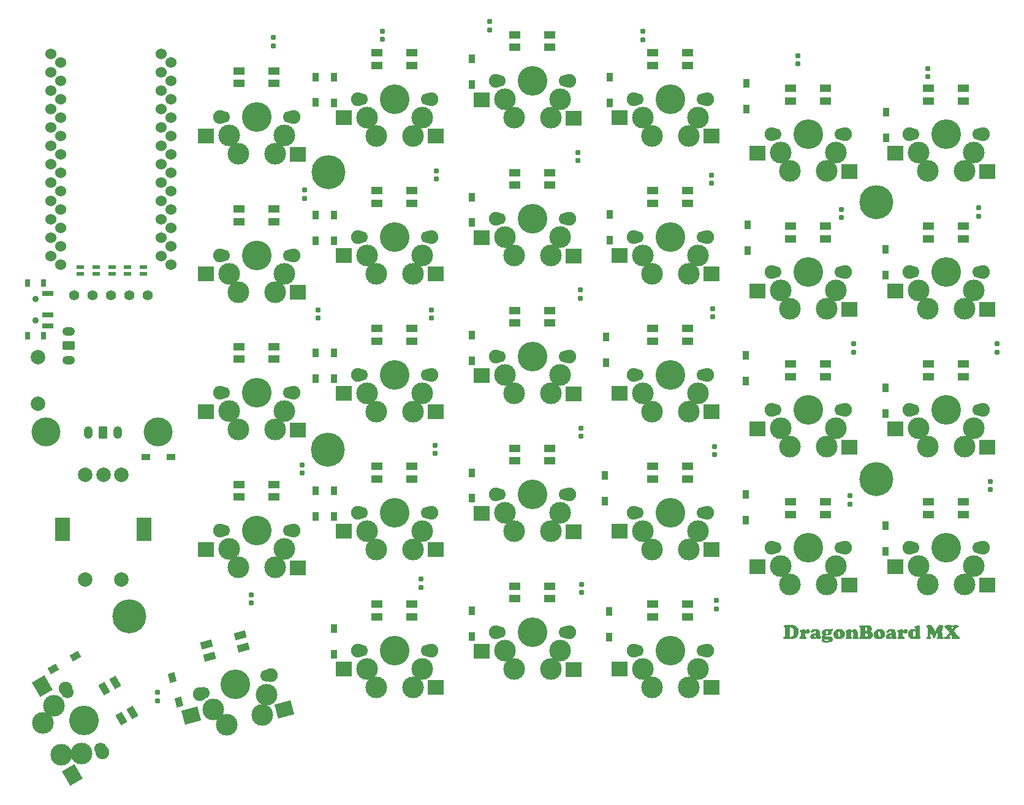
<source format=gts>
G04 #@! TF.GenerationSoftware,KiCad,Pcbnew,8.99.0-3407-g6a48e2c35a*
G04 #@! TF.CreationDate,2025-02-22T10:59:18+00:00*
G04 #@! TF.ProjectId,DragonBoard,44726167-6f6e-4426-9f61-72642e6b6963,rev?*
G04 #@! TF.SameCoordinates,Original*
G04 #@! TF.FileFunction,Soldermask,Top*
G04 #@! TF.FilePolarity,Negative*
%FSLAX46Y46*%
G04 Gerber Fmt 4.6, Leading zero omitted, Abs format (unit mm)*
G04 Created by KiCad (PCBNEW 8.99.0-3407-g6a48e2c35a) date 2025-02-22 10:59:18*
%MOMM*%
%LPD*%
G01*
G04 APERTURE LIST*
G04 Aperture macros list*
%AMRoundRect*
0 Rectangle with rounded corners*
0 $1 Rounding radius*
0 $2 $3 $4 $5 $6 $7 $8 $9 X,Y pos of 4 corners*
0 Add a 4 corners polygon primitive as box body*
4,1,4,$2,$3,$4,$5,$6,$7,$8,$9,$2,$3,0*
0 Add four circle primitives for the rounded corners*
1,1,$1+$1,$2,$3*
1,1,$1+$1,$4,$5*
1,1,$1+$1,$6,$7*
1,1,$1+$1,$8,$9*
0 Add four rect primitives between the rounded corners*
20,1,$1+$1,$2,$3,$4,$5,0*
20,1,$1+$1,$4,$5,$6,$7,0*
20,1,$1+$1,$6,$7,$8,$9,0*
20,1,$1+$1,$8,$9,$2,$3,0*%
%AMRotRect*
0 Rectangle, with rotation*
0 The origin of the aperture is its center*
0 $1 length*
0 $2 width*
0 $3 Rotation angle, in degrees counterclockwise*
0 Add horizontal line*
21,1,$1,$2,0,0,$3*%
G04 Aperture macros list end*
%ADD10C,0.150000*%
%ADD11RoundRect,0.155000X-0.155000X0.212500X-0.155000X-0.212500X0.155000X-0.212500X0.155000X0.212500X0*%
%ADD12RoundRect,0.155000X0.155000X-0.212500X0.155000X0.212500X-0.155000X0.212500X-0.155000X-0.212500X0*%
%ADD13R,0.800000X1.000000*%
%ADD14C,0.900000*%
%ADD15R,1.500000X0.700000*%
%ADD16C,4.700000*%
%ADD17C,1.524000*%
%ADD18R,1.000000X0.600000*%
%ADD19R,0.950000X1.300000*%
%ADD20R,1.300000X0.950000*%
%ADD21RotRect,1.300000X0.950000X210.000000*%
%ADD22C,4.000000*%
%ADD23C,1.397000*%
%ADD24C,2.000000*%
%ADD25R,2.000000X3.200000*%
%ADD26RotRect,1.300000X0.950000X285.000000*%
%ADD27C,1.900000*%
%ADD28C,1.700000*%
%ADD29C,3.000000*%
%ADD30C,4.100000*%
%ADD31R,1.600000X1.000000*%
%ADD32R,2.300000X2.000000*%
%ADD33RotRect,1.600000X1.000000X120.000000*%
%ADD34RotRect,2.300000X2.000000X300.000000*%
%ADD35RoundRect,0.250000X0.625000X-0.350000X0.625000X0.350000X-0.625000X0.350000X-0.625000X-0.350000X0*%
%ADD36O,1.750000X1.200000*%
%ADD37RoundRect,0.250000X0.350000X0.625000X-0.350000X0.625000X-0.350000X-0.625000X0.350000X-0.625000X0*%
%ADD38O,1.200000X1.750000*%
%ADD39RotRect,1.600000X1.000000X195.000000*%
%ADD40RotRect,2.300000X2.000000X15.000000*%
G04 APERTURE END LIST*
D10*
G36*
X194658403Y-120214929D02*
G01*
X194820868Y-120239992D01*
X194944842Y-120277032D01*
X195073651Y-120340569D01*
X195183509Y-120421160D01*
X195276560Y-120519506D01*
X195353949Y-120637413D01*
X195405898Y-120750127D01*
X195444047Y-120874897D01*
X195467812Y-121013426D01*
X195476070Y-121167664D01*
X195464866Y-121322215D01*
X195430763Y-121478829D01*
X195376376Y-121627028D01*
X195308641Y-121748840D01*
X195221762Y-121855469D01*
X195120617Y-121944460D01*
X195003880Y-122016988D01*
X194869493Y-122073316D01*
X194701030Y-122114287D01*
X194518394Y-122128271D01*
X194353041Y-122122531D01*
X194211014Y-122118379D01*
X193920121Y-122112640D01*
X193821813Y-122112640D01*
X193629472Y-122122043D01*
X193536171Y-122128271D01*
X193449552Y-122116755D01*
X193384618Y-122084918D01*
X193351676Y-122052427D01*
X193332540Y-122015041D01*
X193326000Y-121970979D01*
X193332991Y-121925665D01*
X193352134Y-121893920D01*
X193383866Y-121870328D01*
X193436886Y-121849468D01*
X193483443Y-121830734D01*
X193508450Y-121806359D01*
X193523269Y-121768844D01*
X193537759Y-121688390D01*
X193557542Y-121288930D01*
X193566457Y-120698962D01*
X193562324Y-120620560D01*
X194210892Y-120620560D01*
X194210892Y-121683627D01*
X194221120Y-121760412D01*
X194246551Y-121803917D01*
X194290352Y-121829017D01*
X194366841Y-121839088D01*
X194467792Y-121827685D01*
X194550468Y-121795425D01*
X194619058Y-121742769D01*
X194675749Y-121666933D01*
X194720401Y-121562275D01*
X194750586Y-121420892D01*
X194761904Y-121233121D01*
X194749728Y-121009558D01*
X194717251Y-120839774D01*
X194669336Y-120712884D01*
X194609417Y-120623814D01*
X194534386Y-120561982D01*
X194441621Y-120523942D01*
X194325808Y-120510406D01*
X194267956Y-120517658D01*
X194236293Y-120535319D01*
X194218180Y-120566093D01*
X194210892Y-120620560D01*
X193562324Y-120620560D01*
X193560947Y-120594435D01*
X193549238Y-120547653D01*
X193523014Y-120516074D01*
X193467905Y-120487570D01*
X193412247Y-120455811D01*
X193381524Y-120414877D01*
X193371063Y-120362029D01*
X193378315Y-120319598D01*
X193399680Y-120284335D01*
X193437375Y-120254318D01*
X193511329Y-120226483D01*
X193620923Y-120215727D01*
X193711171Y-120217071D01*
X193877745Y-120221223D01*
X194318847Y-120208400D01*
X194448785Y-120205591D01*
X194658403Y-120214929D01*
G37*
G36*
X196228094Y-120752695D02*
G01*
X196294037Y-120759657D01*
X196319074Y-120774189D01*
X196332044Y-120806928D01*
X196348139Y-120905958D01*
X196362752Y-120950378D01*
X196386607Y-120962011D01*
X196409411Y-120954037D01*
X196435212Y-120924398D01*
X196497496Y-120846490D01*
X196565347Y-120794051D01*
X196640013Y-120763190D01*
X196724029Y-120752695D01*
X196804556Y-120762152D01*
X196872381Y-120789278D01*
X196930414Y-120834150D01*
X196964896Y-120878421D01*
X196994039Y-120936610D01*
X197012955Y-120999105D01*
X197018952Y-121057022D01*
X197011613Y-121121412D01*
X196988544Y-121189768D01*
X196953008Y-121252681D01*
X196909775Y-121301753D01*
X196846541Y-121348298D01*
X196775017Y-121376169D01*
X196692644Y-121385773D01*
X196625588Y-121379136D01*
X196574064Y-121360982D01*
X196524538Y-121327876D01*
X196449500Y-121260965D01*
X196421249Y-121239422D01*
X196398819Y-121233487D01*
X196370354Y-121243294D01*
X196352413Y-121275253D01*
X196344924Y-121328825D01*
X196341300Y-121455504D01*
X196345981Y-121646648D01*
X196356199Y-121738337D01*
X196368285Y-121774399D01*
X196381722Y-121793536D01*
X196403526Y-121807032D01*
X196453163Y-121824921D01*
X196527424Y-121859744D01*
X196566242Y-121903445D01*
X196578949Y-121958156D01*
X196568828Y-122012384D01*
X196538282Y-122059272D01*
X196492162Y-122094481D01*
X196431059Y-122116181D01*
X196284080Y-122135811D01*
X196045034Y-122143903D01*
X195817247Y-122131471D01*
X195676227Y-122101160D01*
X195609615Y-122066201D01*
X195573630Y-122021510D01*
X195561555Y-121964384D01*
X195569953Y-121919480D01*
X195596255Y-121876479D01*
X195645208Y-121833592D01*
X195698697Y-121787430D01*
X195718603Y-121730644D01*
X195733623Y-121579613D01*
X195740463Y-121269025D01*
X195736484Y-121212924D01*
X195727274Y-121182685D01*
X195708917Y-121160467D01*
X195674639Y-121141041D01*
X195615893Y-121107941D01*
X195585146Y-121070257D01*
X195575233Y-121026247D01*
X195582363Y-120984656D01*
X195604076Y-120946791D01*
X195643254Y-120911087D01*
X195723863Y-120867833D01*
X195869057Y-120816809D01*
X196073640Y-120767756D01*
X196228094Y-120752695D01*
G37*
G36*
X198008556Y-120751359D02*
G01*
X198142268Y-120792269D01*
X198258607Y-120858697D01*
X198335069Y-120930468D01*
X198382071Y-121008051D01*
X198407305Y-121100350D01*
X198417242Y-121238250D01*
X198414556Y-121442926D01*
X198424242Y-121636397D01*
X198444231Y-121717332D01*
X198471586Y-121754335D01*
X198527396Y-121768746D01*
X198562180Y-121787272D01*
X198574413Y-121830417D01*
X198562076Y-121896357D01*
X198521168Y-121970002D01*
X198460969Y-122035685D01*
X198383903Y-122090780D01*
X198277358Y-122136705D01*
X198167504Y-122151718D01*
X198075243Y-122140060D01*
X197999928Y-122106874D01*
X197937549Y-122051945D01*
X197909009Y-122024924D01*
X197887357Y-122017873D01*
X197860331Y-122024605D01*
X197817260Y-122051212D01*
X197721359Y-122107028D01*
X197617978Y-122140378D01*
X197504751Y-122151718D01*
X197386851Y-122142199D01*
X197291023Y-122115746D01*
X197213003Y-122074293D01*
X197147600Y-122015647D01*
X197096865Y-121940815D01*
X197064727Y-121856281D01*
X197054123Y-121768623D01*
X197063429Y-121701090D01*
X197616614Y-121701090D01*
X197624754Y-121762303D01*
X197647023Y-121806970D01*
X197682441Y-121836937D01*
X197727501Y-121846903D01*
X197770058Y-121837297D01*
X197801494Y-121808738D01*
X197823760Y-121754779D01*
X197832891Y-121661889D01*
X197828181Y-121592589D01*
X197817992Y-121560773D01*
X197797792Y-121542152D01*
X197761695Y-121534272D01*
X197707749Y-121546210D01*
X197659845Y-121583487D01*
X197627550Y-121637088D01*
X197616614Y-121701090D01*
X197063429Y-121701090D01*
X197066699Y-121677361D01*
X197104426Y-121593355D01*
X197170138Y-121513878D01*
X197264450Y-121441854D01*
X197382008Y-121387553D01*
X197527849Y-121352173D01*
X197708327Y-121338878D01*
X197778629Y-121333928D01*
X197805414Y-121323979D01*
X197818713Y-121302734D01*
X197824709Y-121253027D01*
X197815875Y-121118006D01*
X197795278Y-121043466D01*
X197770965Y-121007117D01*
X197739975Y-120986478D01*
X197700145Y-120979353D01*
X197662629Y-120985396D01*
X197629193Y-121003533D01*
X197597384Y-121033900D01*
X197550424Y-121092926D01*
X197481380Y-121176882D01*
X197416486Y-121230073D01*
X197354422Y-121259238D01*
X197293115Y-121268536D01*
X197229851Y-121257946D01*
X197181007Y-121227626D01*
X197148696Y-121180996D01*
X197137532Y-121120281D01*
X197150038Y-121055174D01*
X197190777Y-120986191D01*
X197251691Y-120925040D01*
X197335002Y-120869443D01*
X197504370Y-120795385D01*
X197676416Y-120751643D01*
X197853286Y-120737064D01*
X198008556Y-120751359D01*
G37*
G36*
X200130941Y-120675949D02*
G01*
X200161380Y-120706656D01*
X200181380Y-120749128D01*
X200188247Y-120798979D01*
X200180222Y-120856134D01*
X200153076Y-120926352D01*
X200113216Y-120991647D01*
X200068080Y-121039925D01*
X200043620Y-121065668D01*
X200038038Y-121080225D01*
X200040725Y-121112099D01*
X200044877Y-121164000D01*
X200032309Y-121267723D01*
X199995773Y-121357669D01*
X199934479Y-121437186D01*
X199864139Y-121496171D01*
X199779810Y-121547017D01*
X199679489Y-121589471D01*
X199518600Y-121629727D01*
X199337305Y-121643693D01*
X199248034Y-121638198D01*
X199193812Y-121634046D01*
X199154988Y-121642132D01*
X199133375Y-121663910D01*
X199125302Y-121703288D01*
X199136203Y-121742440D01*
X199170976Y-121773997D01*
X199221736Y-121792775D01*
X199296272Y-121800009D01*
X199456984Y-121784866D01*
X199666902Y-121759662D01*
X199788177Y-121753114D01*
X199895570Y-121760198D01*
X199977814Y-121779249D01*
X200040114Y-121807824D01*
X200104417Y-121857984D01*
X200154297Y-121925549D01*
X200185887Y-122004039D01*
X200196429Y-122088215D01*
X200185652Y-122179183D01*
X200152579Y-122269852D01*
X200094458Y-122362256D01*
X200004818Y-122454354D01*
X199888037Y-122531556D01*
X199738840Y-122593432D01*
X199615061Y-122624948D01*
X199474241Y-122644907D01*
X199314102Y-122651928D01*
X199112438Y-122640004D01*
X198950225Y-122607309D01*
X198820487Y-122557406D01*
X198740277Y-122504961D01*
X198679559Y-122439803D01*
X198639738Y-122364188D01*
X198627047Y-122288250D01*
X198634512Y-122235300D01*
X198637003Y-122229876D01*
X199028338Y-122229876D01*
X199037337Y-122278422D01*
X199064631Y-122321029D01*
X199114311Y-122359691D01*
X199173794Y-122386225D01*
X199247510Y-122403409D01*
X199338648Y-122409639D01*
X199463493Y-122399587D01*
X199545889Y-122374101D01*
X199589263Y-122345548D01*
X199612612Y-122313306D01*
X199620260Y-122275794D01*
X199613547Y-122245585D01*
X199592783Y-122219618D01*
X199562518Y-122202502D01*
X199524395Y-122196537D01*
X199462235Y-122202032D01*
X199290777Y-122214245D01*
X199156565Y-122207406D01*
X199078163Y-122196415D01*
X199058624Y-122193850D01*
X199036347Y-122202351D01*
X199028338Y-122229876D01*
X198637003Y-122229876D01*
X198656967Y-122186401D01*
X198691530Y-122146036D01*
X198733293Y-122119845D01*
X198764627Y-122101825D01*
X198771883Y-122087605D01*
X198766052Y-122073706D01*
X198739032Y-122046205D01*
X198674135Y-121978259D01*
X198639337Y-121914015D01*
X198628390Y-121850933D01*
X198640778Y-121784696D01*
X198681635Y-121711715D01*
X198741440Y-121648235D01*
X198813648Y-121601073D01*
X198838447Y-121584035D01*
X198844301Y-121571397D01*
X198837184Y-121553491D01*
X198804489Y-121517908D01*
X198740730Y-121448613D01*
X198697084Y-121376205D01*
X198671284Y-121299536D01*
X198662584Y-121216879D01*
X198673876Y-121136401D01*
X199208711Y-121136401D01*
X199220952Y-121270296D01*
X199252919Y-121363547D01*
X199287845Y-121413075D01*
X199325847Y-121439665D01*
X199368690Y-121448299D01*
X199432287Y-121435014D01*
X199480554Y-121395909D01*
X199510825Y-121336896D01*
X199521953Y-121254492D01*
X199509685Y-121122815D01*
X199478355Y-121036017D01*
X199444201Y-120991500D01*
X199404194Y-120965716D01*
X199356356Y-120955905D01*
X199296083Y-120968338D01*
X199249256Y-121005120D01*
X199219519Y-121060416D01*
X199208711Y-121136401D01*
X198673876Y-121136401D01*
X198674968Y-121128621D01*
X198712898Y-121043100D01*
X198772294Y-120967287D01*
X198852972Y-120902050D01*
X198966476Y-120840106D01*
X199085140Y-120796112D01*
X199210121Y-120769527D01*
X199342801Y-120760511D01*
X199452234Y-120766972D01*
X199581182Y-120787988D01*
X199751297Y-120812535D01*
X199845790Y-120800255D01*
X199942909Y-120761916D01*
X200045243Y-120693100D01*
X200078321Y-120671953D01*
X200098244Y-120666722D01*
X200130941Y-120675949D01*
G37*
G36*
X201233903Y-120745632D02*
G01*
X201347767Y-120770600D01*
X201452772Y-120811429D01*
X201550267Y-120868344D01*
X201634676Y-120936933D01*
X201707290Y-121018034D01*
X201768743Y-121112831D01*
X201816454Y-121220336D01*
X201844606Y-121329455D01*
X201853983Y-121441582D01*
X201843305Y-121556700D01*
X201811776Y-121663523D01*
X201758989Y-121764087D01*
X201683021Y-121859868D01*
X201580554Y-121951683D01*
X201445206Y-122039374D01*
X201301931Y-122101423D01*
X201148914Y-122138943D01*
X200983868Y-122151718D01*
X200821446Y-122138984D01*
X200681110Y-122102678D01*
X200559061Y-122044376D01*
X200452396Y-121963896D01*
X200366202Y-121866294D01*
X200305020Y-121756333D01*
X200267490Y-121631535D01*
X200254437Y-121488355D01*
X200264499Y-121360271D01*
X200293708Y-121244845D01*
X200299487Y-121232144D01*
X200871639Y-121232144D01*
X200878224Y-121320798D01*
X200902291Y-121455382D01*
X200936860Y-121592155D01*
X200975198Y-121705975D01*
X201010858Y-121769746D01*
X201054804Y-121804167D01*
X201109531Y-121815640D01*
X201160449Y-121806463D01*
X201195386Y-121780936D01*
X201218279Y-121736615D01*
X201227256Y-121664820D01*
X201220118Y-121546836D01*
X201196604Y-121404091D01*
X201160828Y-121265666D01*
X201122476Y-121166809D01*
X201087082Y-121113514D01*
X201046895Y-121083935D01*
X201000110Y-121073142D01*
X200947461Y-121084070D01*
X200906810Y-121116373D01*
X200881041Y-121164966D01*
X200871639Y-121232144D01*
X200299487Y-121232144D01*
X200341476Y-121139870D01*
X200408404Y-121043639D01*
X200496237Y-120955051D01*
X200628302Y-120860250D01*
X200772784Y-120792651D01*
X200932128Y-120751315D01*
X201109531Y-120737064D01*
X201233903Y-120745632D01*
G37*
G36*
X203609235Y-121253637D02*
G01*
X203628408Y-121735773D01*
X203634609Y-121785741D01*
X203645016Y-121815030D01*
X203728425Y-121914070D01*
X203744245Y-121940500D01*
X203750041Y-121978428D01*
X203738471Y-122032942D01*
X203704067Y-122075180D01*
X203640376Y-122107755D01*
X203509826Y-122132736D01*
X203252884Y-122143903D01*
X203077759Y-122133749D01*
X202985072Y-122110563D01*
X202937554Y-122080938D01*
X202911066Y-122043572D01*
X202902029Y-121996014D01*
X202910578Y-121953882D01*
X202966021Y-121889035D01*
X202989638Y-121843330D01*
X203010218Y-121731830D01*
X203019510Y-121507650D01*
X203013526Y-121381329D01*
X202998052Y-121291463D01*
X202976157Y-121229579D01*
X202947380Y-121191054D01*
X202906301Y-121167656D01*
X202848540Y-121159115D01*
X202792125Y-121166367D01*
X202752759Y-121185808D01*
X202725808Y-121216635D01*
X202702840Y-121286767D01*
X202692591Y-121427783D01*
X202692591Y-121699014D01*
X202695724Y-121772848D01*
X202702605Y-121808801D01*
X202769894Y-121924206D01*
X202781538Y-121951295D01*
X202785526Y-121982458D01*
X202774233Y-122030746D01*
X202739241Y-122071010D01*
X202671831Y-122105068D01*
X202542419Y-122132385D01*
X202319755Y-122143903D01*
X202150114Y-122133531D01*
X202043248Y-122107913D01*
X201980228Y-122073219D01*
X201946943Y-122031942D01*
X201936049Y-121981970D01*
X201939449Y-121950273D01*
X201948139Y-121929824D01*
X202004559Y-121879754D01*
X202033327Y-121851843D01*
X202048279Y-121821746D01*
X202065864Y-121657371D01*
X202075390Y-121329108D01*
X202070879Y-121243369D01*
X202061468Y-121206621D01*
X202038900Y-121178803D01*
X201980257Y-121135912D01*
X201933809Y-121091678D01*
X201919685Y-121041879D01*
X201931665Y-120991482D01*
X201968533Y-120950654D01*
X202030938Y-120916210D01*
X202166736Y-120862482D01*
X202420016Y-120784569D01*
X202533098Y-120758792D01*
X202587567Y-120752695D01*
X202626781Y-120760534D01*
X202659252Y-120784081D01*
X202681147Y-120818318D01*
X202688439Y-120858208D01*
X202687096Y-120893013D01*
X202685752Y-120911820D01*
X202692211Y-120948206D01*
X202708643Y-120967185D01*
X202736433Y-120973857D01*
X202765263Y-120963612D01*
X202802989Y-120923665D01*
X202868884Y-120848972D01*
X202946533Y-120796404D01*
X203038226Y-120764069D01*
X203147738Y-120752695D01*
X203260259Y-120763301D01*
X203358432Y-120793843D01*
X203445103Y-120843798D01*
X203519994Y-120915920D01*
X203566492Y-120996694D01*
X203592775Y-121095070D01*
X203609235Y-121253637D01*
G37*
G36*
X205135951Y-120237370D02*
G01*
X205256775Y-120258714D01*
X205362225Y-120298856D01*
X205451558Y-120358609D01*
X205510523Y-120420592D01*
X205552242Y-120491103D01*
X205577827Y-120571849D01*
X205586747Y-120665379D01*
X205576823Y-120759117D01*
X205546691Y-120851247D01*
X205498941Y-120933703D01*
X205439102Y-120995595D01*
X205402275Y-121034009D01*
X205392818Y-121062273D01*
X205404166Y-121089077D01*
X205447773Y-121116129D01*
X205519072Y-121152367D01*
X205587203Y-121202813D01*
X205652692Y-121269147D01*
X205704827Y-121348466D01*
X205736769Y-121440778D01*
X205747947Y-121549538D01*
X205739100Y-121645700D01*
X205712709Y-121737244D01*
X205668108Y-121825669D01*
X205603477Y-121912116D01*
X205523295Y-121987209D01*
X205429245Y-122046548D01*
X205319211Y-122090529D01*
X205190311Y-122118394D01*
X205039032Y-122128271D01*
X204790271Y-122121188D01*
X204569109Y-122112640D01*
X204386049Y-122113983D01*
X204104803Y-122121799D01*
X203991230Y-122128271D01*
X203912878Y-122116729D01*
X203856164Y-122084918D01*
X203818986Y-122036417D01*
X203806949Y-121980626D01*
X203811907Y-121943957D01*
X203825267Y-121918344D01*
X203912462Y-121848857D01*
X203944194Y-121815837D01*
X203965707Y-121764960D01*
X203998191Y-121516321D01*
X204004177Y-121416303D01*
X204667295Y-121416303D01*
X204667295Y-121546240D01*
X204675411Y-121709437D01*
X204692574Y-121781813D01*
X204714438Y-121812994D01*
X204747096Y-121832050D01*
X204794545Y-121839088D01*
X204869068Y-121829162D01*
X204923341Y-121802026D01*
X204962647Y-121758103D01*
X204988525Y-121693212D01*
X204998366Y-121599485D01*
X204986786Y-121479714D01*
X204956691Y-121398130D01*
X204911897Y-121344143D01*
X204851474Y-121311546D01*
X204769999Y-121299799D01*
X204717551Y-121306988D01*
X204689399Y-121324590D01*
X204673918Y-121355662D01*
X204667295Y-121416303D01*
X204004177Y-121416303D01*
X204017077Y-121200757D01*
X204024203Y-120781760D01*
X204017539Y-120635790D01*
X204014736Y-120622880D01*
X204667295Y-120622880D01*
X204667295Y-120907301D01*
X204672229Y-120968428D01*
X204683537Y-121000113D01*
X204704736Y-121019226D01*
X204739957Y-121026247D01*
X204803094Y-121018670D01*
X204850433Y-120997892D01*
X204885892Y-120964698D01*
X204909997Y-120920906D01*
X204926484Y-120858265D01*
X204932787Y-120770647D01*
X204926560Y-120685939D01*
X204909781Y-120621260D01*
X204884427Y-120572322D01*
X204847754Y-120533514D01*
X204803196Y-120510584D01*
X204748139Y-120502591D01*
X204707733Y-120509701D01*
X204684758Y-120528236D01*
X204672649Y-120559699D01*
X204667295Y-120622880D01*
X204014736Y-120622880D01*
X204003443Y-120570857D01*
X203971343Y-120526031D01*
X203906234Y-120485616D01*
X203852228Y-120453001D01*
X203823293Y-120415053D01*
X203813788Y-120369845D01*
X203827305Y-120313913D01*
X203869109Y-120268362D01*
X203929947Y-120239469D01*
X204010281Y-120229039D01*
X204129594Y-120235755D01*
X204388736Y-120244670D01*
X204791736Y-120232947D01*
X204962584Y-120229039D01*
X205135951Y-120237370D01*
G37*
G36*
X206802640Y-120745632D02*
G01*
X206916504Y-120770600D01*
X207021509Y-120811429D01*
X207119004Y-120868344D01*
X207203412Y-120936933D01*
X207276027Y-121018034D01*
X207337480Y-121112831D01*
X207385190Y-121220336D01*
X207413343Y-121329455D01*
X207422720Y-121441582D01*
X207412042Y-121556700D01*
X207380513Y-121663523D01*
X207327726Y-121764087D01*
X207251758Y-121859868D01*
X207149290Y-121951683D01*
X207013943Y-122039374D01*
X206870668Y-122101423D01*
X206717651Y-122138943D01*
X206552605Y-122151718D01*
X206390183Y-122138984D01*
X206249847Y-122102678D01*
X206127798Y-122044376D01*
X206021133Y-121963896D01*
X205934939Y-121866294D01*
X205873757Y-121756333D01*
X205836227Y-121631535D01*
X205823174Y-121488355D01*
X205833236Y-121360271D01*
X205862444Y-121244845D01*
X205868224Y-121232144D01*
X206440376Y-121232144D01*
X206446961Y-121320798D01*
X206471028Y-121455382D01*
X206505597Y-121592155D01*
X206543935Y-121705975D01*
X206579595Y-121769746D01*
X206623541Y-121804167D01*
X206678268Y-121815640D01*
X206729186Y-121806463D01*
X206764123Y-121780936D01*
X206787016Y-121736615D01*
X206795993Y-121664820D01*
X206788855Y-121546836D01*
X206765341Y-121404091D01*
X206729565Y-121265666D01*
X206691213Y-121166809D01*
X206655819Y-121113514D01*
X206615632Y-121083935D01*
X206568847Y-121073142D01*
X206516198Y-121084070D01*
X206475547Y-121116373D01*
X206449778Y-121164966D01*
X206440376Y-121232144D01*
X205868224Y-121232144D01*
X205910213Y-121139870D01*
X205977141Y-121043639D01*
X206064974Y-120955051D01*
X206197039Y-120860250D01*
X206341521Y-120792651D01*
X206500865Y-120751315D01*
X206678268Y-120737064D01*
X206802640Y-120745632D01*
G37*
G36*
X208452380Y-120751359D02*
G01*
X208586092Y-120792269D01*
X208702431Y-120858697D01*
X208778893Y-120930468D01*
X208825895Y-121008051D01*
X208851129Y-121100350D01*
X208861066Y-121238250D01*
X208858380Y-121442926D01*
X208868066Y-121636397D01*
X208888055Y-121717332D01*
X208915410Y-121754335D01*
X208971220Y-121768746D01*
X209006004Y-121787272D01*
X209018237Y-121830417D01*
X209005900Y-121896357D01*
X208964992Y-121970002D01*
X208904793Y-122035685D01*
X208827727Y-122090780D01*
X208721182Y-122136705D01*
X208611328Y-122151718D01*
X208519067Y-122140060D01*
X208443752Y-122106874D01*
X208381374Y-122051945D01*
X208352833Y-122024924D01*
X208331182Y-122017873D01*
X208304155Y-122024605D01*
X208261084Y-122051212D01*
X208165184Y-122107028D01*
X208061802Y-122140378D01*
X207948575Y-122151718D01*
X207830675Y-122142199D01*
X207734847Y-122115746D01*
X207656827Y-122074293D01*
X207591425Y-122015647D01*
X207540690Y-121940815D01*
X207508551Y-121856281D01*
X207497947Y-121768623D01*
X207507253Y-121701090D01*
X208060438Y-121701090D01*
X208068578Y-121762303D01*
X208090847Y-121806970D01*
X208126265Y-121836937D01*
X208171325Y-121846903D01*
X208213882Y-121837297D01*
X208245318Y-121808738D01*
X208267584Y-121754779D01*
X208276715Y-121661889D01*
X208272005Y-121592589D01*
X208261817Y-121560773D01*
X208241616Y-121542152D01*
X208205519Y-121534272D01*
X208151573Y-121546210D01*
X208103669Y-121583487D01*
X208071374Y-121637088D01*
X208060438Y-121701090D01*
X207507253Y-121701090D01*
X207510523Y-121677361D01*
X207548250Y-121593355D01*
X207613962Y-121513878D01*
X207708274Y-121441854D01*
X207825832Y-121387553D01*
X207971673Y-121352173D01*
X208152152Y-121338878D01*
X208222453Y-121333928D01*
X208249238Y-121323979D01*
X208262537Y-121302734D01*
X208268533Y-121253027D01*
X208259699Y-121118006D01*
X208239102Y-121043466D01*
X208214789Y-121007117D01*
X208183799Y-120986478D01*
X208143969Y-120979353D01*
X208106454Y-120985396D01*
X208073017Y-121003533D01*
X208041209Y-121033900D01*
X207994249Y-121092926D01*
X207925204Y-121176882D01*
X207860310Y-121230073D01*
X207798246Y-121259238D01*
X207736939Y-121268536D01*
X207673675Y-121257946D01*
X207624831Y-121227626D01*
X207592520Y-121180996D01*
X207581356Y-121120281D01*
X207593862Y-121055174D01*
X207634601Y-120986191D01*
X207695515Y-120925040D01*
X207778826Y-120869443D01*
X207948194Y-120795385D01*
X208120240Y-120751643D01*
X208297110Y-120737064D01*
X208452380Y-120751359D01*
G37*
G36*
X209741562Y-120752695D02*
G01*
X209807505Y-120759657D01*
X209832542Y-120774189D01*
X209845512Y-120806928D01*
X209861607Y-120905958D01*
X209876220Y-120950378D01*
X209900076Y-120962011D01*
X209922880Y-120954037D01*
X209948680Y-120924398D01*
X210010964Y-120846490D01*
X210078815Y-120794051D01*
X210153482Y-120763190D01*
X210237497Y-120752695D01*
X210318024Y-120762152D01*
X210385850Y-120789278D01*
X210443882Y-120834150D01*
X210478365Y-120878421D01*
X210507507Y-120936610D01*
X210526424Y-120999105D01*
X210532420Y-121057022D01*
X210525081Y-121121412D01*
X210502012Y-121189768D01*
X210466476Y-121252681D01*
X210423244Y-121301753D01*
X210360009Y-121348298D01*
X210288485Y-121376169D01*
X210206112Y-121385773D01*
X210139057Y-121379136D01*
X210087532Y-121360982D01*
X210038006Y-121327876D01*
X209962968Y-121260965D01*
X209934717Y-121239422D01*
X209912288Y-121233487D01*
X209883823Y-121243294D01*
X209865882Y-121275253D01*
X209858392Y-121328825D01*
X209854768Y-121455504D01*
X209859449Y-121646648D01*
X209869667Y-121738337D01*
X209881753Y-121774399D01*
X209895191Y-121793536D01*
X209916994Y-121807032D01*
X209966632Y-121824921D01*
X210040892Y-121859744D01*
X210079710Y-121903445D01*
X210092417Y-121958156D01*
X210082297Y-122012384D01*
X210051750Y-122059272D01*
X210005631Y-122094481D01*
X209944528Y-122116181D01*
X209797549Y-122135811D01*
X209558502Y-122143903D01*
X209330715Y-122131471D01*
X209189695Y-122101160D01*
X209123083Y-122066201D01*
X209087098Y-122021510D01*
X209075023Y-121964384D01*
X209083421Y-121919480D01*
X209109723Y-121876479D01*
X209158676Y-121833592D01*
X209212166Y-121787430D01*
X209232071Y-121730644D01*
X209247091Y-121579613D01*
X209253931Y-121269025D01*
X209249952Y-121212924D01*
X209240742Y-121182685D01*
X209222385Y-121160467D01*
X209188108Y-121141041D01*
X209129361Y-121107941D01*
X209098615Y-121070257D01*
X209088701Y-121026247D01*
X209095832Y-120984656D01*
X209117545Y-120946791D01*
X209156722Y-120911087D01*
X209237331Y-120867833D01*
X209382525Y-120816809D01*
X209587108Y-120767756D01*
X209741562Y-120752695D01*
G37*
G36*
X212121817Y-120252762D02*
G01*
X212157644Y-120274086D01*
X212179407Y-120308354D01*
X212187532Y-120360563D01*
X212187532Y-121606935D01*
X212196080Y-121742001D01*
X212211044Y-121768999D01*
X212244563Y-121799032D01*
X212289109Y-121834109D01*
X212311974Y-121860215D01*
X212325060Y-121889095D01*
X212329681Y-121925061D01*
X212319152Y-121970880D01*
X212285446Y-122013500D01*
X212219633Y-122054821D01*
X212106810Y-122093711D01*
X211907397Y-122131449D01*
X211709549Y-122143903D01*
X211668843Y-122139527D01*
X211650198Y-122129736D01*
X211639787Y-122110483D01*
X211631879Y-122065134D01*
X211622361Y-122024624D01*
X211607186Y-122005167D01*
X211586572Y-121999067D01*
X211563002Y-122006460D01*
X211516597Y-122039122D01*
X211418271Y-122102263D01*
X211314922Y-122139292D01*
X211204088Y-122151718D01*
X211100931Y-122141931D01*
X211003641Y-122112819D01*
X210910471Y-122063689D01*
X210820138Y-121992472D01*
X210729604Y-121889896D01*
X210658083Y-121772653D01*
X210611753Y-121662657D01*
X210584692Y-121553907D01*
X210577605Y-121467472D01*
X211235351Y-121467472D01*
X211244068Y-121590691D01*
X211267206Y-121681891D01*
X211301541Y-121748351D01*
X211336920Y-121786136D01*
X211378415Y-121808099D01*
X211428181Y-121815640D01*
X211478899Y-121804965D01*
X211520073Y-121772805D01*
X211553966Y-121713058D01*
X211581719Y-121594068D01*
X211593655Y-121379056D01*
X211586516Y-121236165D01*
X211569165Y-121148247D01*
X211546394Y-121098177D01*
X211502809Y-121057551D01*
X211441736Y-121041879D01*
X211389455Y-121051686D01*
X211344482Y-121081273D01*
X211304594Y-121135058D01*
X211268002Y-121221972D01*
X211244079Y-121331109D01*
X211235351Y-121467472D01*
X210577605Y-121467472D01*
X210575773Y-121445124D01*
X210587441Y-121317913D01*
X210622661Y-121193188D01*
X210682874Y-121069112D01*
X210757118Y-120965710D01*
X210846446Y-120880438D01*
X210952274Y-120811802D01*
X211049626Y-120769396D01*
X211143151Y-120744998D01*
X211234130Y-120737064D01*
X211338545Y-120745299D01*
X211433309Y-120769281D01*
X211520138Y-120808627D01*
X211551157Y-120819007D01*
X211569744Y-120810897D01*
X211584190Y-120780584D01*
X211590969Y-120707633D01*
X211584706Y-120665821D01*
X211567888Y-120637779D01*
X211539042Y-120617125D01*
X211484479Y-120596136D01*
X211431972Y-120571788D01*
X211404550Y-120541103D01*
X211395574Y-120502591D01*
X211405164Y-120459696D01*
X211435798Y-120419458D01*
X211495244Y-120380061D01*
X211596464Y-120342245D01*
X211920039Y-120262861D01*
X212066143Y-120244670D01*
X212121817Y-120252762D01*
G37*
G36*
X214452274Y-121546607D02*
G01*
X214288387Y-121913215D01*
X214245968Y-121998761D01*
X214219022Y-122040344D01*
X214189757Y-122065798D01*
X214159182Y-122073561D01*
X214129689Y-122066971D01*
X214102884Y-122046205D01*
X214033397Y-121924817D01*
X213943760Y-121739192D01*
X213763509Y-121331795D01*
X213722415Y-121265346D01*
X213689137Y-121249485D01*
X213668153Y-121255818D01*
X213653342Y-121275965D01*
X213645173Y-121318240D01*
X213635648Y-121617559D01*
X213639932Y-121748626D01*
X213649203Y-121810267D01*
X213673383Y-121852643D01*
X213757891Y-121901492D01*
X213792835Y-121934104D01*
X213805030Y-121986000D01*
X213794151Y-122034003D01*
X213760543Y-122074107D01*
X213696048Y-122108212D01*
X213585554Y-122133589D01*
X213408990Y-122143903D01*
X213263003Y-122134355D01*
X213170100Y-122110628D01*
X213114453Y-122078115D01*
X213084469Y-122038739D01*
X213074500Y-121990274D01*
X213079519Y-121954087D01*
X213092330Y-121932388D01*
X213181845Y-121879754D01*
X213219560Y-121855197D01*
X213241073Y-121825044D01*
X213253573Y-121781627D01*
X213267085Y-121687901D01*
X213290288Y-121327765D01*
X213301279Y-120898753D01*
X213290624Y-120693837D01*
X213267452Y-120596868D01*
X213240341Y-120556935D01*
X213181845Y-120522008D01*
X213123266Y-120483791D01*
X213092507Y-120442927D01*
X213082682Y-120397566D01*
X213091706Y-120350906D01*
X213119807Y-120307318D01*
X213162066Y-120273015D01*
X213217992Y-120249677D01*
X213379071Y-120218780D01*
X213549674Y-120205591D01*
X213712349Y-120214413D01*
X213798436Y-120234534D01*
X213831728Y-120251610D01*
X213855833Y-120272514D01*
X213915184Y-120369234D01*
X214199482Y-120894845D01*
X214262619Y-120999136D01*
X214282345Y-121012670D01*
X214309392Y-121017455D01*
X214333534Y-121012658D01*
X214355554Y-120997793D01*
X214404280Y-120922322D01*
X214596865Y-120545211D01*
X214643272Y-120450201D01*
X214716313Y-120326873D01*
X214777239Y-120265553D01*
X214837472Y-120235871D01*
X214934432Y-120214239D01*
X215082665Y-120205591D01*
X215252879Y-120216803D01*
X215361318Y-120244681D01*
X215426379Y-120282935D01*
X215461510Y-120329348D01*
X215473209Y-120386575D01*
X215468990Y-120424899D01*
X215457699Y-120452399D01*
X215437092Y-120477003D01*
X215395173Y-120511994D01*
X215345689Y-120568268D01*
X215317504Y-120648159D01*
X215294693Y-120847493D01*
X215286119Y-121108801D01*
X215294900Y-121448056D01*
X215318847Y-121722095D01*
X215330375Y-121779974D01*
X215343394Y-121808313D01*
X215367733Y-121832204D01*
X215430466Y-121877189D01*
X215468909Y-121917542D01*
X215481391Y-121968414D01*
X215468255Y-122025529D01*
X215428167Y-122071301D01*
X215351698Y-122107999D01*
X215284455Y-122126292D01*
X215212968Y-122137064D01*
X214989730Y-122143903D01*
X214773014Y-122134177D01*
X214644371Y-122110930D01*
X214567908Y-122076336D01*
X214528584Y-122033789D01*
X214515899Y-121981481D01*
X214520346Y-121949604D01*
X214532752Y-121925427D01*
X214618481Y-121847148D01*
X214645316Y-121810568D01*
X214665498Y-121738337D01*
X214674484Y-121642691D01*
X214678443Y-121460633D01*
X214675254Y-121361319D01*
X214668673Y-121319461D01*
X214653505Y-121294689D01*
X214629106Y-121286854D01*
X214595951Y-121297890D01*
X214558031Y-121338512D01*
X214520529Y-121404015D01*
X214452274Y-121546607D01*
G37*
G36*
X216934880Y-121006097D02*
G01*
X217459636Y-121667018D01*
X217531321Y-121747985D01*
X217560392Y-121766668D01*
X217603983Y-121784621D01*
X217672991Y-121813458D01*
X217711695Y-121841652D01*
X217735066Y-121878266D01*
X217743324Y-121927381D01*
X217734833Y-121975452D01*
X217708397Y-122021659D01*
X217668891Y-122059667D01*
X217619126Y-122086383D01*
X217531191Y-122112235D01*
X217413474Y-122130836D01*
X217278046Y-122140165D01*
X217071290Y-122143903D01*
X216851871Y-122136137D01*
X216720679Y-122117524D01*
X216656759Y-122094486D01*
X216610648Y-122062570D01*
X216579888Y-122020959D01*
X216570103Y-121975619D01*
X216583804Y-121920624D01*
X216626524Y-121875602D01*
X216669623Y-121839835D01*
X216679402Y-121817838D01*
X216669350Y-121772694D01*
X216627139Y-121687037D01*
X216529437Y-121537936D01*
X216510801Y-121517876D01*
X216498907Y-121513145D01*
X216468865Y-121534028D01*
X216348453Y-121694374D01*
X216305279Y-121768758D01*
X216296551Y-121797078D01*
X216306074Y-121818114D01*
X216351140Y-121860459D01*
X216393458Y-121909080D01*
X216407193Y-121968048D01*
X216395388Y-122025446D01*
X216360877Y-122068337D01*
X216297895Y-122099817D01*
X216150602Y-122132075D01*
X215964748Y-122143903D01*
X215758280Y-122133663D01*
X215627570Y-122108487D01*
X215582544Y-122087445D01*
X215544894Y-122053533D01*
X215519360Y-122011280D01*
X215511311Y-121968658D01*
X215521985Y-121914974D01*
X215552832Y-121875480D01*
X215600353Y-121850333D01*
X215670801Y-121839088D01*
X215753767Y-121823193D01*
X215821743Y-121782545D01*
X215892574Y-121707782D01*
X216039486Y-121520961D01*
X216262968Y-121262552D01*
X216280676Y-121231900D01*
X216263212Y-121203323D01*
X215901489Y-120742803D01*
X215794144Y-120613233D01*
X215763883Y-120593132D01*
X215712078Y-120572810D01*
X215637392Y-120544724D01*
X215604123Y-120524450D01*
X215568095Y-120476537D01*
X215556374Y-120421136D01*
X215566927Y-120367504D01*
X215598771Y-120322408D01*
X215657290Y-120283468D01*
X215753477Y-120251875D01*
X215965873Y-120217793D01*
X216217417Y-120205591D01*
X216468231Y-120216471D01*
X216587689Y-120240152D01*
X216627006Y-120260556D01*
X216657787Y-120291809D01*
X216677921Y-120330351D01*
X216684531Y-120371799D01*
X216671197Y-120432316D01*
X216632263Y-120475480D01*
X216595749Y-120502224D01*
X216590253Y-120524084D01*
X216599646Y-120563234D01*
X216639346Y-120637291D01*
X216688280Y-120702285D01*
X216710543Y-120714960D01*
X216732108Y-120702222D01*
X216787602Y-120633138D01*
X216835244Y-120556798D01*
X216844755Y-120528114D01*
X216837916Y-120508330D01*
X216786258Y-120467298D01*
X216754784Y-120428924D01*
X216743638Y-120372776D01*
X216754885Y-120320048D01*
X216788715Y-120277768D01*
X216851715Y-120243571D01*
X216976685Y-120216059D01*
X217201105Y-120204248D01*
X217367788Y-120212560D01*
X217474168Y-120233069D01*
X217545057Y-120267488D01*
X217583854Y-120315049D01*
X217597145Y-120379248D01*
X217589947Y-120424554D01*
X217569266Y-120460487D01*
X217533764Y-120489402D01*
X217498352Y-120499951D01*
X217403582Y-120510406D01*
X217338113Y-120527092D01*
X217265463Y-120570857D01*
X217193871Y-120636091D01*
X217097912Y-120746101D01*
X216935002Y-120946746D01*
X216917905Y-120978131D01*
X216934880Y-121006097D01*
G37*
D11*
X106889364Y-129515140D03*
X106889364Y-130650140D03*
X119839120Y-116015140D03*
X119839120Y-117150140D03*
X143255833Y-113855140D03*
X143255833Y-114990140D03*
X165454658Y-114555140D03*
X165454658Y-115690140D03*
X184069196Y-116805140D03*
X184069196Y-117940140D03*
X126839120Y-98055140D03*
X126839120Y-99190140D03*
X145253684Y-95355140D03*
X145253684Y-96490140D03*
X165380369Y-93005140D03*
X165380369Y-94140140D03*
X183839120Y-95515140D03*
X183839120Y-96650140D03*
X202542030Y-102355140D03*
X202542030Y-103490140D03*
X221974393Y-100355140D03*
X221974393Y-101490140D03*
X129056706Y-76655140D03*
X129056706Y-77790140D03*
X144702222Y-76655140D03*
X144702222Y-77790140D03*
X165269703Y-73905140D03*
X165269703Y-75040140D03*
X183612382Y-76455140D03*
X183612382Y-77590140D03*
X203051709Y-81355140D03*
X203051709Y-82490140D03*
X222900721Y-81355140D03*
X222900721Y-82490140D03*
X220339120Y-62555140D03*
X220339120Y-63690140D03*
X201327253Y-62752461D03*
X201327253Y-63887461D03*
X183410472Y-58015140D03*
X183410472Y-59150140D03*
X164997376Y-54904941D03*
X164997376Y-56039941D03*
X145366286Y-57405140D03*
X145366286Y-58540140D03*
X127221645Y-60089896D03*
X127221645Y-61224896D03*
X213339120Y-43268011D03*
X213339120Y-44403011D03*
X195339120Y-41515140D03*
X195339120Y-42650140D03*
X173917436Y-38155140D03*
X173917436Y-39290140D03*
D12*
X152805145Y-37950140D03*
X152805145Y-36815140D03*
D11*
X137977485Y-38105140D03*
X137977485Y-39240140D03*
X122839120Y-39015140D03*
X122839120Y-40150140D03*
D13*
X91094100Y-72952600D03*
X88884100Y-72952600D03*
D14*
X89984100Y-75102600D03*
X89984100Y-78102600D03*
D13*
X91094100Y-80252600D03*
X88884100Y-80252600D03*
D15*
X91744100Y-74352600D03*
X91744100Y-77352600D03*
X91744100Y-78852600D03*
D14*
X89984100Y-78102600D03*
X89984100Y-75102600D03*
D16*
X103000000Y-119000000D03*
D17*
X92180000Y-41230000D03*
X108718815Y-42425745D03*
X92180000Y-43770000D03*
X108718815Y-44965745D03*
X92180000Y-46310000D03*
X108718815Y-47505745D03*
X92180000Y-48850000D03*
X108718815Y-50045745D03*
X92180000Y-51390000D03*
X108718815Y-52585745D03*
X92180000Y-53930000D03*
X108718815Y-55125745D03*
X92180000Y-56470000D03*
X108718815Y-57665745D03*
X92180000Y-59010000D03*
X108718815Y-60205745D03*
X92180000Y-61550000D03*
X108718815Y-62745745D03*
X92180000Y-64090000D03*
X108718815Y-65285745D03*
X92180000Y-66630000D03*
X108718815Y-67825745D03*
X92180000Y-69170000D03*
X108718815Y-70365745D03*
X93478815Y-70365745D03*
X107420000Y-69170000D03*
X93478815Y-67825745D03*
X107420000Y-66630000D03*
X93478815Y-65285745D03*
X107420000Y-64090000D03*
X93478815Y-62745745D03*
X107420000Y-61550000D03*
X93478815Y-60205745D03*
X107420000Y-59010000D03*
X93478815Y-57665745D03*
X107420000Y-56470000D03*
X93478815Y-55125745D03*
X107420000Y-53930000D03*
X93478815Y-52585745D03*
X107420000Y-51390000D03*
X93478815Y-50045745D03*
X107420000Y-48850000D03*
X93478815Y-47505745D03*
X107420000Y-46310000D03*
X93478815Y-44965745D03*
X107420000Y-43770000D03*
X93478815Y-42425745D03*
X107420000Y-41230000D03*
D18*
X102739100Y-71652600D03*
X102739100Y-70752600D03*
X100639100Y-71652600D03*
X100639100Y-70752600D03*
X98439100Y-71652600D03*
X98439100Y-70752600D03*
D19*
X128705000Y-44452000D03*
X128705000Y-48002000D03*
X131245000Y-44455000D03*
X131245000Y-48005000D03*
X150345000Y-41955000D03*
X150345000Y-45505000D03*
X169345000Y-44455000D03*
X169345000Y-48005000D03*
X188239100Y-45327600D03*
X188239100Y-48877600D03*
X207545000Y-49355000D03*
X207545000Y-52905000D03*
X128705000Y-82555000D03*
X128705000Y-86105000D03*
X128705000Y-101655000D03*
X128705000Y-105205000D03*
D20*
X105225000Y-97000000D03*
X108775000Y-97000000D03*
D21*
X95544195Y-124463500D03*
X92469805Y-126238500D03*
D22*
X91500000Y-93500000D03*
D18*
X96229100Y-71654900D03*
X96229100Y-70754900D03*
D23*
X95369400Y-74600000D03*
X97909400Y-74600000D03*
X100449400Y-74600000D03*
X102989400Y-74600000D03*
X105529400Y-74600000D03*
D22*
X107000000Y-93500000D03*
D24*
X101889121Y-99452640D03*
X96889121Y-99452640D03*
X99389121Y-99452640D03*
D25*
X104989121Y-106952640D03*
X93789121Y-106952640D03*
D24*
X96889121Y-113952640D03*
X101889121Y-113952640D03*
D16*
X206225000Y-61775000D03*
D19*
X128705000Y-63555000D03*
X128705000Y-67105000D03*
X131245000Y-63555000D03*
X131245000Y-67105000D03*
X150345000Y-61045000D03*
X150345000Y-64595000D03*
X169345000Y-63455000D03*
X169345000Y-67005000D03*
X188439100Y-64927600D03*
X188439100Y-68477600D03*
X207445000Y-68255000D03*
X207445000Y-71805000D03*
D26*
X108914596Y-127446482D03*
X109833404Y-130875518D03*
D16*
X206175000Y-100025000D03*
D19*
X150345000Y-80145000D03*
X150345000Y-83695000D03*
X168839100Y-80427600D03*
X168839100Y-83977600D03*
X188139100Y-82927600D03*
X188139100Y-86477600D03*
X207445000Y-87455000D03*
X207445000Y-91005000D03*
X131245000Y-120655000D03*
X131245000Y-124205000D03*
X150345000Y-118245000D03*
X150345000Y-121795000D03*
X207495000Y-106455000D03*
X207495000Y-110005000D03*
X131245000Y-101655000D03*
X131245000Y-105205000D03*
X150345000Y-99145000D03*
X150345000Y-102695000D03*
X168639100Y-99527600D03*
X168639100Y-103077600D03*
X188139100Y-102127600D03*
X188139100Y-105677600D03*
X131245000Y-82555000D03*
X131245000Y-86105000D03*
X169239100Y-118327600D03*
X169239100Y-121877600D03*
D16*
X130502100Y-57648600D03*
X130400100Y-95927600D03*
D27*
X182780000Y-123699999D03*
D28*
X182200000Y-123699999D03*
D29*
X181510000Y-126239999D03*
X180240000Y-128779999D03*
D30*
X177700000Y-123699999D03*
D29*
X175160000Y-128779999D03*
X173890000Y-126240000D03*
D28*
X173200000Y-123699999D03*
D27*
X172620000Y-123699999D03*
D31*
X180100000Y-117324999D03*
X180100000Y-119074999D03*
X175300000Y-119074999D03*
X175300000Y-117324999D03*
D32*
X170700000Y-126279999D03*
X183400000Y-128819999D03*
D27*
X182780000Y-66552640D03*
D28*
X182200000Y-66552640D03*
D29*
X181510000Y-69092640D03*
X180240000Y-71632640D03*
D30*
X177700000Y-66552640D03*
D29*
X175160000Y-71632640D03*
X173890000Y-69092641D03*
D28*
X173200000Y-66552640D03*
D27*
X172620000Y-66552640D03*
D31*
X180100000Y-60177640D03*
X180100000Y-61927640D03*
X175300000Y-61927640D03*
X175300000Y-60177640D03*
D32*
X170700000Y-69132640D03*
X183400000Y-71672640D03*
D27*
X220880000Y-71449999D03*
D28*
X220300000Y-71449999D03*
D29*
X219610000Y-73989999D03*
X218340000Y-76529999D03*
D30*
X215800000Y-71449999D03*
D29*
X213260000Y-76529999D03*
X211990000Y-73990000D03*
D28*
X211300000Y-71449999D03*
D27*
X210720000Y-71449999D03*
D31*
X218200000Y-65074999D03*
X218200000Y-66824999D03*
X213400000Y-66824999D03*
X213400000Y-65074999D03*
D32*
X208800000Y-74029999D03*
X221500000Y-76569999D03*
D27*
X182780000Y-85600000D03*
D28*
X182200000Y-85600000D03*
D29*
X181510000Y-88140000D03*
X180240000Y-90680000D03*
D30*
X177700000Y-85600000D03*
D29*
X175160000Y-90680000D03*
X173890000Y-88140001D03*
D28*
X173200000Y-85600000D03*
D27*
X172620000Y-85600000D03*
D31*
X180100000Y-79225000D03*
X180100000Y-80975000D03*
X175300000Y-80975000D03*
X175300000Y-79225000D03*
D32*
X170700000Y-88180000D03*
X183400000Y-90720000D03*
D27*
X220880000Y-90499999D03*
D28*
X220300000Y-90499999D03*
D29*
X219610000Y-93039999D03*
X218340000Y-95579999D03*
D30*
X215800000Y-90499999D03*
D29*
X213260000Y-95579999D03*
X211990000Y-93040000D03*
D28*
X211300000Y-90499999D03*
D27*
X210720000Y-90499999D03*
D31*
X218200000Y-84124999D03*
X218200000Y-85874999D03*
X213400000Y-85874999D03*
X213400000Y-84124999D03*
D32*
X208800000Y-93079999D03*
X221500000Y-95619999D03*
D27*
X220880000Y-109550000D03*
D28*
X220300000Y-109550000D03*
D29*
X219610000Y-112090000D03*
X218340000Y-114630000D03*
D30*
X215800000Y-109550000D03*
D29*
X213260000Y-114630000D03*
X211990000Y-112090001D03*
D28*
X211300000Y-109550000D03*
D27*
X210720000Y-109550000D03*
D31*
X218200000Y-103175000D03*
X218200000Y-104925000D03*
X213400000Y-104925000D03*
X213400000Y-103175000D03*
D32*
X208800000Y-112130000D03*
X221500000Y-114670000D03*
D27*
X125630000Y-88100000D03*
D28*
X125050000Y-88100000D03*
D29*
X124360000Y-90640000D03*
X123090000Y-93180000D03*
D30*
X120550000Y-88100000D03*
D29*
X118010000Y-93180000D03*
X116740000Y-90640001D03*
D28*
X116050000Y-88100000D03*
D27*
X115470000Y-88100000D03*
D31*
X122950000Y-81725000D03*
X122950000Y-83475000D03*
X118150000Y-83475000D03*
X118150000Y-81725000D03*
D32*
X113550000Y-90680000D03*
X126250000Y-93220000D03*
D27*
X201830000Y-52400000D03*
D28*
X201250000Y-52400000D03*
D29*
X200560000Y-54940000D03*
X199290000Y-57480000D03*
D30*
X196750000Y-52400000D03*
D29*
X194210000Y-57480000D03*
X192940000Y-54940001D03*
D28*
X192250000Y-52400000D03*
D27*
X191670000Y-52400000D03*
D31*
X199150000Y-46025000D03*
X199150000Y-47775000D03*
X194350000Y-47775000D03*
X194350000Y-46025000D03*
D32*
X189750000Y-54980000D03*
X202450000Y-57520000D03*
D27*
X201830000Y-90500000D03*
D28*
X201250000Y-90500000D03*
D29*
X200560000Y-93040000D03*
X199290000Y-95580000D03*
D30*
X196750000Y-90500000D03*
D29*
X194210000Y-95580000D03*
X192940000Y-93040001D03*
D28*
X192250000Y-90500000D03*
D27*
X191670000Y-90500000D03*
D31*
X199150000Y-84125000D03*
X199150000Y-85875000D03*
X194350000Y-85875000D03*
X194350000Y-84125000D03*
D32*
X189750000Y-93080000D03*
X202450000Y-95620000D03*
D27*
X99251204Y-137802049D03*
D28*
X98961204Y-137299754D03*
D29*
X96416499Y-137972197D03*
X93581795Y-138142345D03*
D30*
X96711204Y-133402640D03*
D29*
X91041795Y-133742935D03*
X92606499Y-131373084D03*
D28*
X94461204Y-129505526D03*
D27*
X94171204Y-129003231D03*
D33*
X103432116Y-132293601D03*
X101916571Y-133168601D03*
X99516571Y-129011679D03*
X101032116Y-128136679D03*
D34*
X90976858Y-128630462D03*
X95127154Y-140898985D03*
D27*
X201830000Y-109550000D03*
D28*
X201250000Y-109550000D03*
D29*
X200560000Y-112090000D03*
X199290000Y-114630000D03*
D30*
X196750000Y-109550000D03*
D29*
X194210000Y-114630000D03*
X192940000Y-112090001D03*
D28*
X192250000Y-109550000D03*
D27*
X191670000Y-109550000D03*
D31*
X199150000Y-103175000D03*
X199150000Y-104925000D03*
X194350000Y-104925000D03*
X194350000Y-103175000D03*
D32*
X189750000Y-112130000D03*
X202450000Y-114670000D03*
D35*
X94639100Y-81602600D03*
X94639100Y-81602600D03*
D36*
X94639100Y-83602600D03*
X94639100Y-79602600D03*
D27*
X125630000Y-107150000D03*
D28*
X125050000Y-107150000D03*
D29*
X124360000Y-109690000D03*
X123090000Y-112230000D03*
D30*
X120550000Y-107150000D03*
D29*
X118010000Y-112230000D03*
X116740000Y-109690001D03*
D28*
X116050000Y-107150000D03*
D27*
X115470000Y-107150000D03*
D31*
X122950000Y-100775000D03*
X122950000Y-102525000D03*
X118150000Y-102525000D03*
X118150000Y-100775000D03*
D32*
X113550000Y-109730000D03*
X126250000Y-112270000D03*
D27*
X125630000Y-69100000D03*
D28*
X125050000Y-69100000D03*
D29*
X124360000Y-71640000D03*
X123090000Y-74180000D03*
D30*
X120550000Y-69100000D03*
D29*
X118010000Y-74180000D03*
X116740000Y-71640001D03*
D28*
X116050000Y-69100000D03*
D27*
X115470000Y-69100000D03*
D31*
X122950000Y-62725000D03*
X122950000Y-64475000D03*
X118150000Y-64475000D03*
X118150000Y-62725000D03*
D32*
X113550000Y-71680000D03*
X126250000Y-74220000D03*
D27*
X144680000Y-66550000D03*
D28*
X144100000Y-66550000D03*
D29*
X143410000Y-69090000D03*
X142140000Y-71630000D03*
D30*
X139600000Y-66550000D03*
D29*
X137060000Y-71630000D03*
X135790000Y-69090001D03*
D28*
X135100000Y-66550000D03*
D27*
X134520000Y-66550000D03*
D31*
X142000000Y-60175000D03*
X142000000Y-61925000D03*
X137200000Y-61925000D03*
X137200000Y-60175000D03*
D32*
X132600000Y-69130000D03*
X145300000Y-71670000D03*
D27*
X163730002Y-45000000D03*
D28*
X163150002Y-45000000D03*
D29*
X162460002Y-47540000D03*
X161190003Y-50079998D03*
D30*
X158650002Y-45000000D03*
D29*
X156109999Y-50080000D03*
X154840001Y-47539999D03*
D28*
X154150002Y-45000000D03*
D27*
X153570002Y-45000000D03*
D31*
X161050002Y-38625002D03*
X161050004Y-40375000D03*
X156250000Y-40375000D03*
X156250005Y-38625001D03*
D32*
X151650002Y-47580001D03*
X164350003Y-50120002D03*
D24*
X90339120Y-83152640D03*
X90339120Y-89652640D03*
D27*
X182780000Y-47500000D03*
D28*
X182200000Y-47500000D03*
D29*
X181510000Y-50040000D03*
X180240000Y-52580000D03*
D30*
X177700000Y-47500000D03*
D29*
X175160000Y-52580000D03*
X173890000Y-50040001D03*
D28*
X173200000Y-47500000D03*
D27*
X172620000Y-47500000D03*
D31*
X180100000Y-41125000D03*
X180100000Y-42875000D03*
X175300000Y-42875000D03*
X175300000Y-41125000D03*
D32*
X170700000Y-50080000D03*
X183400000Y-52620000D03*
D27*
X201830000Y-71450000D03*
D28*
X201250000Y-71450000D03*
D29*
X200560000Y-73990000D03*
X199290000Y-76530000D03*
D30*
X196750000Y-71450000D03*
D29*
X194210000Y-76530000D03*
X192940000Y-73990001D03*
D28*
X192250000Y-71450000D03*
D27*
X191670000Y-71450000D03*
D31*
X199150000Y-65075000D03*
X199150000Y-66825000D03*
X194350000Y-66825000D03*
X194350000Y-65075000D03*
D32*
X189750000Y-74030000D03*
X202450000Y-76570000D03*
D27*
X163730000Y-121199999D03*
D28*
X163150000Y-121199999D03*
D29*
X162460000Y-123739999D03*
X161190000Y-126279999D03*
D30*
X158650000Y-121199999D03*
D29*
X156110000Y-126279999D03*
X154840000Y-123740000D03*
D28*
X154150000Y-121199999D03*
D27*
X153570000Y-121199999D03*
D31*
X161050000Y-114824999D03*
X161050000Y-116574999D03*
X156250000Y-116574999D03*
X156250000Y-114824999D03*
D32*
X151650000Y-123779999D03*
X164350000Y-126319999D03*
D27*
X144680002Y-47500000D03*
D28*
X144100002Y-47500000D03*
D29*
X143410002Y-50040000D03*
X142140003Y-52579998D03*
D30*
X139600002Y-47500000D03*
D29*
X137059999Y-52580000D03*
X135790001Y-50039999D03*
D28*
X135100002Y-47500000D03*
D27*
X134520002Y-47500000D03*
D31*
X142000002Y-41125002D03*
X142000004Y-42875000D03*
X137200000Y-42875000D03*
X137200005Y-41125001D03*
D32*
X132600002Y-50080001D03*
X145300003Y-52620002D03*
D27*
X125629999Y-49999997D03*
D28*
X125049999Y-49999997D03*
D29*
X124359999Y-52539997D03*
X123090001Y-55079997D03*
D30*
X120549999Y-49999997D03*
D29*
X118009998Y-55079997D03*
X116739999Y-52539996D03*
D28*
X116049999Y-49999997D03*
D27*
X115469999Y-49999997D03*
D31*
X122949997Y-43624998D03*
X122950000Y-45374996D03*
X118149997Y-45374997D03*
X118150000Y-43624998D03*
D32*
X113549999Y-52579998D03*
X126249997Y-55119999D03*
D27*
X163730000Y-64050000D03*
D28*
X163150000Y-64050000D03*
D29*
X162460000Y-66590000D03*
X161190000Y-69130000D03*
D30*
X158650000Y-64050000D03*
D29*
X156110000Y-69130000D03*
X154840000Y-66590001D03*
D28*
X154150000Y-64050000D03*
D27*
X153570000Y-64050000D03*
D31*
X161050000Y-57675000D03*
X161050000Y-59425000D03*
X156250000Y-59425000D03*
X156250000Y-57675000D03*
D32*
X151650000Y-66630000D03*
X164350000Y-69170000D03*
D27*
X163730000Y-102150000D03*
D28*
X163150000Y-102150000D03*
D29*
X162460000Y-104690000D03*
X161190000Y-107230000D03*
D30*
X158650000Y-102150000D03*
D29*
X156110000Y-107230000D03*
X154840000Y-104690001D03*
D28*
X154150000Y-102150000D03*
D27*
X153570000Y-102150000D03*
D31*
X161050000Y-95775000D03*
X161050000Y-97525000D03*
X156250000Y-97525000D03*
X156250000Y-95775000D03*
D32*
X151650000Y-104730000D03*
X164350000Y-107270000D03*
D27*
X144680000Y-104649999D03*
D28*
X144100000Y-104649999D03*
D29*
X143410000Y-107189999D03*
X142140000Y-109729999D03*
D30*
X139600000Y-104649999D03*
D29*
X137060000Y-109729999D03*
X135790000Y-107190000D03*
D28*
X135100000Y-104649999D03*
D27*
X134520000Y-104649999D03*
D31*
X142000000Y-98274999D03*
X142000000Y-100024999D03*
X137200000Y-100024999D03*
X137200000Y-98274999D03*
D32*
X132600000Y-107229999D03*
X145300000Y-109769999D03*
D37*
X99339100Y-93602600D03*
X99339100Y-93602600D03*
D38*
X101339100Y-93602600D03*
X97339100Y-93602600D03*
D27*
X144680000Y-123700000D03*
D28*
X144100000Y-123700000D03*
D29*
X143410000Y-126240000D03*
X142140000Y-128780000D03*
D30*
X139600000Y-123700000D03*
D29*
X137060000Y-128780000D03*
X135790000Y-126240001D03*
D28*
X135100000Y-123700000D03*
D27*
X134520000Y-123700000D03*
D31*
X142000000Y-117325000D03*
X142000000Y-119075000D03*
X137200000Y-119075000D03*
X137200000Y-117325000D03*
D32*
X132600000Y-126280000D03*
X145300000Y-128820000D03*
D27*
X182780000Y-104650000D03*
D28*
X182200000Y-104650000D03*
D29*
X181510000Y-107190000D03*
X180240000Y-109730000D03*
D30*
X177700000Y-104650000D03*
D29*
X175160000Y-109730000D03*
X173890000Y-107190001D03*
D28*
X173200000Y-104650000D03*
D27*
X172620000Y-104650000D03*
D31*
X180100000Y-98275000D03*
X180100000Y-100025000D03*
X175300000Y-100025000D03*
X175300000Y-98275000D03*
D32*
X170700000Y-107230000D03*
X183400000Y-109770000D03*
D18*
X104929100Y-71652600D03*
X104929100Y-70752600D03*
D27*
X163730000Y-83100000D03*
D28*
X163150000Y-83100000D03*
D29*
X162460000Y-85640000D03*
X161190000Y-88180000D03*
D30*
X158650000Y-83100000D03*
D29*
X156110000Y-88180000D03*
X154840000Y-85640001D03*
D28*
X154150000Y-83100000D03*
D27*
X153570000Y-83100000D03*
D31*
X161050000Y-76725000D03*
X161050000Y-78475000D03*
X156250000Y-78475000D03*
X156250000Y-76725000D03*
D32*
X151650000Y-85680000D03*
X164350000Y-88220000D03*
D27*
X144680000Y-85600000D03*
D28*
X144100000Y-85600000D03*
D29*
X143410000Y-88140000D03*
X142140000Y-90680000D03*
D30*
X139600000Y-85600000D03*
D29*
X137060000Y-90680000D03*
X135790000Y-88140001D03*
D28*
X135100000Y-85600000D03*
D27*
X134520000Y-85600000D03*
D31*
X142000000Y-79225000D03*
X142000000Y-80975000D03*
X137200000Y-80975000D03*
X137200000Y-79225000D03*
D32*
X132600000Y-88180000D03*
X145300000Y-90720000D03*
D27*
X220880000Y-52400000D03*
D28*
X220300000Y-52400000D03*
D29*
X219610000Y-54940000D03*
X218340000Y-57480000D03*
D30*
X215800000Y-52400000D03*
D29*
X213260000Y-57480000D03*
X211990000Y-54940001D03*
D28*
X211300000Y-52400000D03*
D27*
X210720000Y-52400000D03*
D31*
X218200000Y-46025000D03*
X218200000Y-47775000D03*
X213400000Y-47775000D03*
X213400000Y-46025000D03*
D32*
X208800000Y-54980000D03*
X221500000Y-57520000D03*
D27*
X122506902Y-127085199D03*
D28*
X121946665Y-127235314D03*
D29*
X121937577Y-129867351D03*
X121368253Y-132649502D03*
D30*
X117599999Y-128400000D03*
D29*
X116461347Y-133964304D03*
X114577222Y-131839551D03*
D28*
X113253333Y-129564686D03*
D27*
X112693096Y-129714801D03*
D39*
X118268248Y-121621059D03*
X118721184Y-123311426D03*
X114084737Y-124553759D03*
X113631807Y-122863389D03*
D40*
X111506272Y-132703823D03*
X124430928Y-131870274D03*
M02*

</source>
